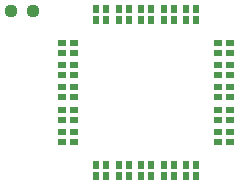
<source format=gbr>
%TF.GenerationSoftware,KiCad,Pcbnew,7.0.2-1.fc38*%
%TF.CreationDate,2023-06-06T15:14:39+02:00*%
%TF.ProjectId,F0_MyCompass,46305f4d-7943-46f6-9d70-6173732e6b69,rev?*%
%TF.SameCoordinates,Original*%
%TF.FileFunction,Paste,Top*%
%TF.FilePolarity,Positive*%
%FSLAX46Y46*%
G04 Gerber Fmt 4.6, Leading zero omitted, Abs format (unit mm)*
G04 Created by KiCad (PCBNEW 7.0.2-1.fc38) date 2023-06-06 15:14:39*
%MOMM*%
%LPD*%
G01*
G04 APERTURE LIST*
G04 Aperture macros list*
%AMRoundRect*
0 Rectangle with rounded corners*
0 $1 Rounding radius*
0 $2 $3 $4 $5 $6 $7 $8 $9 X,Y pos of 4 corners*
0 Add a 4 corners polygon primitive as box body*
4,1,4,$2,$3,$4,$5,$6,$7,$8,$9,$2,$3,0*
0 Add four circle primitives for the rounded corners*
1,1,$1+$1,$2,$3*
1,1,$1+$1,$4,$5*
1,1,$1+$1,$6,$7*
1,1,$1+$1,$8,$9*
0 Add four rect primitives between the rounded corners*
20,1,$1+$1,$2,$3,$4,$5,0*
20,1,$1+$1,$4,$5,$6,$7,0*
20,1,$1+$1,$6,$7,$8,$9,0*
20,1,$1+$1,$8,$9,$2,$3,0*%
G04 Aperture macros list end*
%ADD10R,0.720000X0.580000*%
%ADD11R,0.580000X0.720000*%
%ADD12RoundRect,0.237500X-0.250000X-0.237500X0.250000X-0.237500X0.250000X0.237500X-0.250000X0.237500X0*%
G04 APERTURE END LIST*
D10*
%TO.C,U1*%
X95500000Y-85475000D03*
X95500000Y-86325000D03*
X95500000Y-87375000D03*
X95500000Y-88225000D03*
X95500000Y-89275000D03*
X95500000Y-90125000D03*
X95500000Y-91175000D03*
X95500000Y-92025000D03*
X95500000Y-93075000D03*
X95500000Y-93925000D03*
X96500000Y-85475000D03*
X96500000Y-86325000D03*
X96500000Y-87375000D03*
X96500000Y-88225000D03*
X96500000Y-89275000D03*
X96500000Y-90125000D03*
X96500000Y-91175000D03*
X96500000Y-92025000D03*
X96500000Y-93075000D03*
X96500000Y-93925000D03*
D11*
X98375000Y-82600000D03*
X98375000Y-83600000D03*
X98375000Y-95800000D03*
X98375000Y-96800000D03*
X99225000Y-82600000D03*
X99225000Y-83600000D03*
X99225000Y-95800000D03*
X99225000Y-96800000D03*
X100275000Y-82600000D03*
X100275000Y-83600000D03*
X100275000Y-95800000D03*
X100275000Y-96800000D03*
X101125000Y-82600000D03*
X101125000Y-83600000D03*
X101125000Y-95800000D03*
X101125000Y-96800000D03*
X102175000Y-82600000D03*
X102175000Y-83600000D03*
X102175000Y-95800000D03*
X102175000Y-96800000D03*
X103025000Y-82600000D03*
X103025000Y-83600000D03*
X103025000Y-95800000D03*
X103025000Y-96800000D03*
X104075000Y-82600000D03*
X104075000Y-83600000D03*
X104075000Y-95800000D03*
X104075000Y-96800000D03*
X104925000Y-82600000D03*
X104925000Y-83600000D03*
X104925000Y-95800000D03*
X104925000Y-96800000D03*
X105975000Y-82600000D03*
X105975000Y-83600000D03*
X105975000Y-95800000D03*
X105975000Y-96800000D03*
X106825000Y-82600000D03*
X106825000Y-83600000D03*
X106825000Y-95800000D03*
X106825000Y-96800000D03*
D10*
X108700000Y-85475000D03*
X108700000Y-86325000D03*
X108700000Y-87375000D03*
X108700000Y-88225000D03*
X108700000Y-89275000D03*
X108700000Y-90125000D03*
X108700000Y-91175000D03*
X108700000Y-92025000D03*
X108700000Y-93075000D03*
X108700000Y-93925000D03*
X109700000Y-85475000D03*
X109700000Y-86325000D03*
X109700000Y-87375000D03*
X109700000Y-88225000D03*
X109700000Y-89275000D03*
X109700000Y-90125000D03*
X109700000Y-91175000D03*
X109700000Y-92025000D03*
X109700000Y-93075000D03*
X109700000Y-93925000D03*
%TD*%
D12*
%TO.C,R1*%
X91187500Y-82800000D03*
X93012500Y-82800000D03*
%TD*%
M02*

</source>
